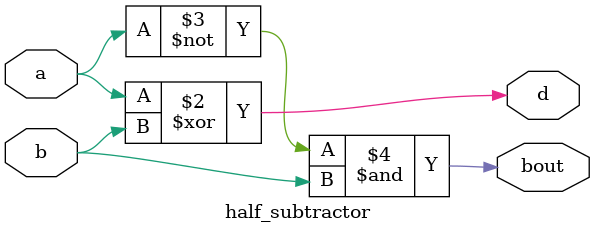
<source format=v>
`timescale 1ns / 1ps


module half_subtractor(a,b,d,bout);
input a,b;
output reg d,bout;
always @(a or b)
begin
d = a^b;
bout = ~a&b;
end
endmodule

</source>
